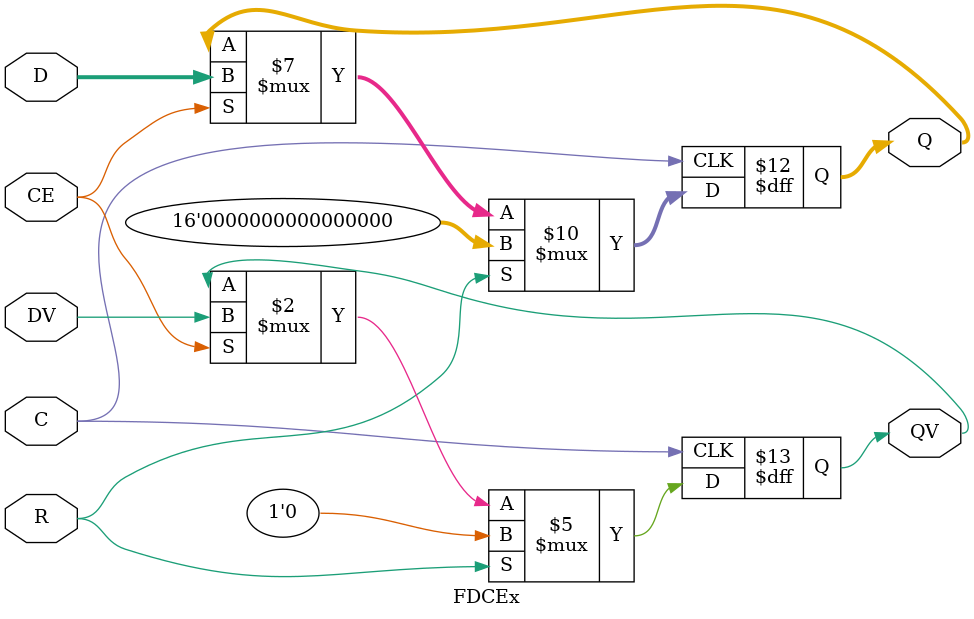
<source format=v>
module ToolsLib(input C);

CatchFast U1(.D(),.Q(),.R());
CatchFastE U2(.D(),.En(),.Q(),.R());
CatchSyncPulse U3(.C(),.D(),.Q());
CatchSyncPulseE U4(.C(),.CE(),.D(),.En(),.Q());
PulCO U5(.C(),.D(),.Q(),.R());
PulFFA U6(.C(),.D(),.Q(),.R());
PulFFS U7(.C(),.D(),.Q(),.R());
FD16CE U8(.C(),.CE(),.D(),.Q());
SyncD #(16) U9(.CLKD(),.D(),.DV(),.CLKQ(),.Q(),.QV());
SyncD2 #(16) U10(.CLKD(),.D(),.DV(),.CLKQ(),.Q());
FDCEx #(16) U11(.C(),.CE(),.R(),.D(),.Q(),.DV(),.QV());

endmodule


//Tools for any applications
module CatchFast(D,Q,R);
	input D;
	output Q;
	input R;
	//Çàõâàò D è óäåðæàíèå äî ñáðîñà R
	FDC UF(.C(D),.D(1'b1),.Q(Q),.CLR(R));

endmodule

module CatchFastE(D,En,Q,R);
	input D;
	input En;
	output Q;
	input R;
	//Çàõâàò D è óäåðæàíèå äî ñáðîñà R
	//Ðàñøèðåííûé íàáîð ñèãíàëîâ (En)
	wire wEn=En&-1;
	FDCE UF(.C(D),.CE(wEn),.D(1'b1),.Q(Q),.CLR(R));

endmodule

module CatchSyncPulse(C,D,Q);
	input C;
	input D;
	output Q;
	//Çàõâàò D è ôîðìèðîâàíèå ñèíõðîííîãî èìïóëüñà

	CatchFast U1(.D(D),.Q(D1),.R(Q));
	FDR UF2 (.C(C),.D(D1),.Q(Q),.R(Q));

endmodule

module CatchSyncPulseE(C,CE,D,En,Q);
	input C;
	input CE;
	input En;
	input D;
	output Q;
	//Çàõâàò D è ôîðìèðîâàíèå ñèíõðîííîãî èìïóëüñà
	//Ðàñøèðåííûé íàáîð ñèãíàëîâ (En)

	wire wEn=En&-1;
	wire wCE=CE&-1;
	CatchFastE U1(.D(D),.En(wEn),.Q(D1),.R(Q));
	FDRE UF2 (.C(C),.CE(wCE),.D(D1),.Q(Q),.R(Q));

endmodule

module PulCO(C,D,Q,R);
	input C;
	input D;
	output Q;
	input R;
	//Ôîðìèðîâàòåëü èìïóëüñà, 
	//ñîîòâåòñòâóþùåãî ïåðâîìó òàêòó ñèíõðîííîãî ñèãíàëà D 
	//ñ êîìáèíàöèîííûì âûõîäîì

	FDR UF (.C(C),.D(~D),.Q(D1),.R(R));
	assign Q=D&D1;

endmodule

module PulFFA(C,D,Q,R);
	input C;
	input D;
	output Q;
	input R;
	//Ôîðìèðîâàòåëü èìïóëüñà ñ äâóìÿ òðèããåðàìè ñ àñèíõðîííûì ñáðîñîì
	//Íå òåñòèðîâàëàñü

	FDC UF1 (.C(C),.D(D),.Q(Q),.CLR(R|D1));
	FDCE UF2 (.C(C),.CE(Q),.D(1'b1),.Q(D1),.CLR(~D));

endmodule

module PulFFS(C,D,Q,R);
	input C;
	input D;
	output Q;
	input R;
	//Ôîðìèðîâàòåëü èìïóëüñà ñ äâóìÿ òðèããåðàìè ñ ñèíõðîííûì ñáðîñîì

	FDR UF1 (.C(C),.D(D),.Q(Q),.R(D1|R));
	FDR UF2 (.C(C),.D(D),.Q(D1),.R());

endmodule

module FD16CE(C,CE,D,Q);
	parameter DWIDTH=16;
	input C;
	input CE;
	input [DWIDTH-1:0] D;
	output reg [DWIDTH-1:0] Q;
	
	always @(posedge C)
		if (CE)
			Q<=D;

endmodule


module SyncD(R,CLKD,D,DV,CLKQ,Q,QV,DBUSY,DD,QS);
	parameter DWIDTH=16;
	input R;
	//Âõîä, ñèíõðîíèçèðîâàííûé îò CLKD
	input CLKD;
	input [DWIDTH-1:0] D;
	input DV;
	//Âûõîä, ñèíõðîíèçèðîâàííûé îò CLKQ
	input CLKQ;
	output [DWIDTH-1:0] Q;
	output QV;
	//Âûõîä ïðåäâàðèòåëüíûõ äàííûõ äëÿ íàðàùèâàíèÿ 
	output DBUSY;//Äàííûå DD çàõâà÷åíû ïî CLKD
	output [7:0] DD;//Ïðåäâàðèòåëüíûå äàííûå
	output QS;//Äàííûå DD ñèíõðîíèçèðîâàíû ïî CLKQ
	//Çàñèíõðîíèçèðîâàòü D îòíîñèòåëüíî CLKQ

reg [DWIDTH-1:0] DA,Q1;
reg QS0,QS1;
reg QV1;
reg S=0;

wire RS=R|QS1;
always @(posedge CLKD or posedge RS)
	if (RS) S<=0;
	else if (DV) S<=1;

always @(posedge CLKD)
	if (R) DA<=0;
	else if (~S) DA<=D;

always @(negedge CLKQ)
begin
	if (R|QS0) QS0<=0;
	else QS0<=S;
	QV1<=QS0;
end

wire RQS1=R|~S;
always @(posedge CLKQ or posedge RQS1)
	if (RQS1) QS1<=0;
	else QS1<=QS0;

always @(posedge CLKQ)
	if (R) Q1<=0;
	else if (QS0) Q1<=DA;

assign Q=Q1;
assign QV=QV1;

assign DBUSY=S;
assign DD=DA;
assign QS=QS0;

endmodule

module SyncD2(R,CLKD,D,DV,CLKQ,Q,QV);
	parameter DWIDTH=16;
	input R;
	input CLKD;
	input [DWIDTH-1:0] D;
	input DV;
	input CLKQ;
	output [DWIDTH-1:0] Q;
	output QV;
	//Çàñèíõðîíèçèðîâàòü D îòíîñèòåëüíî CLKQ
	//2 ïåðåêëþ÷àþùèõñÿ ðåãèñòðà äëÿ ïðèåìà D
	wire [1:0] S,QS;
	wire [DWIDTH-1:0] DA [0:1];
	reg QV1;
	reg [DWIDTH-1:0] Q1;
	
SyncD #(DWIDTH) U0(.R(R),.CLKD(CLKD),.D(D),.DV(DV),.CLKQ(CLKQ),.DBUSY(S[0]),.DD(DA[0]),.QS(QS[0]));
SyncD #(DWIDTH) U1(.R(R),.CLKD(CLKD),.D(D),.DV(DV&S[0]),.CLKQ(CLKQ),.DBUSY(S[1]),.DD(DA[1]),.QS(QS[1]));
	
always @(posedge CLKQ)
	if (R) Q1<=0;else 
		if (QS[0]) Q1<=DA[0];else
			if (QS[1]) Q1<=DA[1];

assign Q=Q1;
assign QV=QV1;


endmodule

module FDCEx(C,CE,R,D,DV,Q,QV);
	parameter DWIDTH=16;
	input C;
	input CE;
	input R;
	input [DWIDTH-1:0] D;
	output reg [DWIDTH-1:0] Q;
	input DV;
	output reg QV;

always @(posedge C)
if (R)
begin
	Q<=0;
	QV<=0;
end
else
if (CE)
	begin
		Q<=D;
		QV<=DV;
	end

endmodule

</source>
